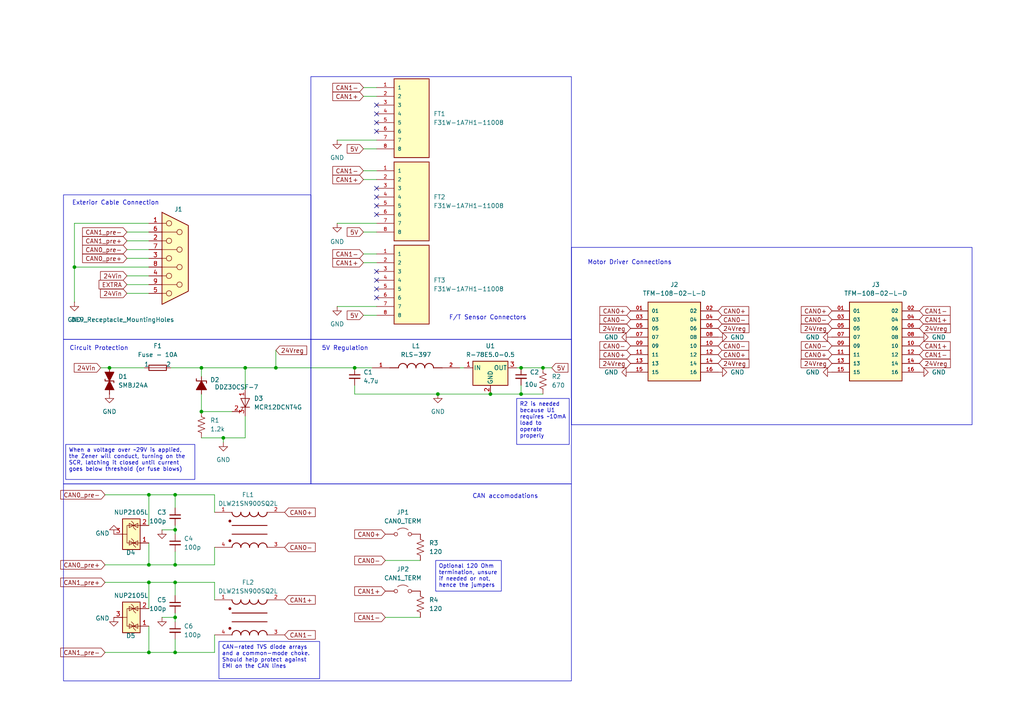
<source format=kicad_sch>
(kicad_sch (version 20231120) (generator "eeschema") (generator_version "8.0")
  (paper "A4")
  (lib_symbols
    (symbol "Connector:DE9_Receptacle" (pin_names (offset 1.016) hide)
      (property "Reference" "J" (at 0 13.97 0))
      (property "Value" "DE9_Receptacle" (at 0 -14.605 0))
      (symbol "DE9_Receptacle_0_1"
        (circle (center -1.778 -10.16) (radius 0.762))
        (circle (center -1.778 -5.08) (radius 0.762))
        (circle (center -1.778 0) (radius 0.762))
        (circle (center -1.778 5.08) (radius 0.762))
        (circle (center -1.778 10.16) (radius 0.762))
        (polyline (pts (xy -3.81 -10.16) (xy -2.54 -10.16)))
        (polyline (pts (xy -3.81 -7.62) (xy 0.508 -7.62)))
        (polyline (pts (xy -3.81 -5.08) (xy -2.54 -5.08)))
        (polyline (pts (xy -3.81 -2.54) (xy 0.508 -2.54)))
        (polyline (pts (xy -3.81 0) (xy -2.54 0)))
        (polyline (pts (xy -3.81 2.54) (xy 0.508 2.54)))
        (polyline (pts (xy -3.81 5.08) (xy -2.54 5.08)))
        (polyline (pts (xy -3.81 7.62) (xy 0.508 7.62)))
        (polyline (pts (xy -3.81 10.16) (xy -2.54 10.16)))
        (polyline (pts (xy -3.81 13.335) (xy -3.81 -13.335) (xy 3.81 -9.525) (xy 3.81 9.525) (xy -3.81 13.335)) (stroke (width 0.254)) (fill (type background)))
        (circle (center 1.27 -7.62) (radius 0.762))
        (circle (center 1.27 -2.54) (radius 0.762))
        (circle (center 1.27 2.54) (radius 0.762))
        (circle (center 1.27 7.62) (radius 0.762))
      )
      (symbol "DE9_Receptacle_1_1"
        (pin passive line (at -7.62 10.16 0) (length 3.81) (name "1") (number "1"))
        (pin passive line (at -7.62 5.08 0) (length 3.81) (name "2") (number "2"))
        (pin passive line (at -7.62 0 0) (length 3.81) (name "3") (number "3"))
        (pin passive line (at -7.62 -5.08 0) (length 3.81) (name "4") (number "4"))
        (pin passive line (at -7.62 -10.16 0) (length 3.81) (name "5") (number "5"))
        (pin passive line (at -7.62 7.62 0) (length 3.81) (name "6") (number "6"))
        (pin passive line (at -7.62 2.54 0) (length 3.81) (name "7") (number "7"))
        (pin passive line (at -7.62 -2.54 0) (length 3.81) (name "8") (number "8"))
        (pin passive line (at -7.62 -7.62 0) (length 3.81) (name "9") (number "9"))
      )
    )
    (symbol "DLW21SN900SQ2L:DLW21SN900SQ2L" (pin_names (offset 1.016))
      (property "Reference" "FL" (at -5.08 6.35 0))
      (property "Value" "DLW21SN900SQ2L" (at -5.08 -6.35 0))
      (symbol "DLW21SN900SQ2L_0_0"
        (circle (center -5.715 -3.175) (radius 0.2032) (stroke (width 0.4064)))
        (circle (center -5.715 2.54) (radius 0.2032) (stroke (width 0.4064)))
        (arc (start -5.08 5.08) (mid -3.81 3.8155) (end -2.54 5.08) (stroke (width 0.254)))
        (arc (start -2.54 -5.08) (mid -3.81 -3.8155) (end -5.08 -5.08) (stroke (width 0.254)))
        (arc (start -2.54 5.08) (mid -1.27 3.8155) (end 0 5.08) (stroke (width 0.254)))
        (arc (start 0 -5.08) (mid -1.27 -3.8155) (end -2.54 -5.08) (stroke (width 0.254)))
        (polyline (pts (xy -5.08 -1.27) (xy 5.08 -1.27)) (stroke (width 0.254)))
        (polyline (pts (xy 5.08 1.27) (xy -5.08 1.27)) (stroke (width 0.254)))
        (arc (start 0 5.08) (mid 1.27 3.8155) (end 2.54 5.08) (stroke (width 0.254)))
        (arc (start 2.54 -5.08) (mid 1.27 -3.8155) (end 0 -5.08) (stroke (width 0.254)))
        (arc (start 2.54 5.08) (mid 3.81 3.8155) (end 5.08 5.08) (stroke (width 0.254)))
        (arc (start 5.08 -5.08) (mid 3.81 -3.8155) (end 2.54 -5.08) (stroke (width 0.254)))
        (pin passive line (at -10.16 5.08 0) (length 5.08) (name "~") (number "1"))
        (pin passive line (at 10.16 5.08 180) (length 5.08) (name "~") (number "2"))
        (pin passive line (at 10.16 -5.08 180) (length 5.08) (name "~") (number "3"))
        (pin passive line (at -10.16 -5.08 0) (length 5.08) (name "~") (number "4"))
      )
    )
    (symbol "Device:C_Small" (pin_numbers hide) (pin_names (offset 0.254) hide)
      (property "Reference" "C" (at 0.254 1.778 0))
      (property "Value" "C_Small" (at 0.254 -2.032 0))
      (symbol "C_Small_0_1"
        (polyline (pts (xy -1.524 -0.508) (xy 1.524 -0.508)) (stroke (width 0.3302)))
        (polyline (pts (xy -1.524 0.508) (xy 1.524 0.508)) (stroke (width 0.3048)))
      )
      (symbol "C_Small_1_1"
        (pin passive line (at 0 2.54 270) (length 2.032) (name "~") (number "1"))
        (pin passive line (at 0 -2.54 90) (length 2.032) (name "~") (number "2"))
      )
    )
    (symbol "Device:D_TVS_Filled" (pin_numbers hide) (pin_names (offset 1.016) hide)
      (property "Reference" "D" (at 0 2.54 0))
      (property "Value" "D_TVS_Filled" (at 0 -2.54 0))
      (symbol "D_TVS_Filled_0_1"
        (polyline (pts (xy 1.27 0) (xy -1.27 0)))
        (polyline (pts (xy -2.54 -1.27) (xy 0 0) (xy -2.54 1.27) (xy -2.54 -1.27)) (stroke (width 0.254)) (fill (type outline)))
        (polyline (pts (xy 0.508 1.27) (xy 0 1.27) (xy 0 -1.27) (xy -0.508 -1.27)) (stroke (width 0.254)))
        (polyline (pts (xy 2.54 1.27) (xy 2.54 -1.27) (xy 0 0) (xy 2.54 1.27)) (stroke (width 0.254)) (fill (type outline)))
      )
      (symbol "D_TVS_Filled_1_1"
        (pin passive line (at -3.81 0 0) (length 2.54) (name "A1") (number "1"))
        (pin passive line (at 3.81 0 180) (length 2.54) (name "A2") (number "2"))
      )
    )
    (symbol "Device:Fuse" (pin_numbers hide) (pin_names (offset 0))
      (property "Reference" "F1" (at 6.35 0 90))
      (property "Value" "Fuse - 12A" (at 3.81 0 90))
      (symbol "Fuse_0_1"
        (rectangle (start -0.762 -2.54) (end 0.762 2.54) (stroke (width 0.254)))
        (polyline (pts (xy 0 2.54) (xy 0 -2.54)))
      )
      (symbol "Fuse_1_1"
        (pin passive line (at 0 3.81 270) (length 1.27) (name "1") (number "1"))
        (pin passive line (at 0 -3.81 90) (length 1.27) (name "2") (number "2"))
      )
    )
    (symbol "Device:Q_SCR_AGK" (pin_names (offset 0) hide)
      (property "Reference" "D" (at 1.905 0.635 0))
      (property "Value" "Q_SCR_AGK" (at 1.905 -1.27 0))
      (symbol "Q_SCR_AGK_0_1"
        (polyline (pts (xy -1.27 -2.54) (xy -0.635 -1.27)))
        (polyline (pts (xy -1.27 -1.27) (xy 1.27 -1.27)) (stroke (width 0.2032)))
        (polyline (pts (xy 0 -2.54) (xy 0 2.54)))
        (polyline (pts (xy -1.27 1.27) (xy 1.27 1.27) (xy 0 -1.27) (xy -1.27 1.27)) (stroke (width 0.2032)))
      )
      (symbol "Q_SCR_AGK_1_1"
        (pin passive line (at 0 3.81 270) (length 2.54) (name "A") (number "1"))
        (pin input line (at -3.81 -2.54 0) (length 2.54) (name "G") (number "2"))
        (pin passive line (at 0 -3.81 90) (length 2.54) (name "K") (number "3"))
      )
    )
    (symbol "Device:R_US" (pin_numbers hide) (pin_names (offset 0))
      (property "Reference" "R" (at 2.54 0 90))
      (property "Value" "R_US" (at -2.54 0 90))
      (symbol "R_US_0_1"
        (polyline (pts (xy 0 -2.286) (xy 0 -2.54)))
        (polyline (pts (xy 0 2.286) (xy 0 2.54)))
        (polyline (pts (xy 0 -0.762) (xy 1.016 -1.143) (xy 0 -1.524) (xy -1.016 -1.905) (xy 0 -2.286)))
        (polyline (pts (xy 0 0.762) (xy 1.016 0.381) (xy 0 0) (xy -1.016 -0.381) (xy 0 -0.762)))
        (polyline (pts (xy 0 2.286) (xy 1.016 1.905) (xy 0 1.524) (xy -1.016 1.143) (xy 0 0.762)))
      )
      (symbol "R_US_1_1"
        (pin passive line (at 0 3.81 270) (length 1.27) (name "~") (number "1"))
        (pin passive line (at 0 -3.81 90) (length 1.27) (name "~") (number "2"))
      )
    )
    (symbol "F31W-1A7H1-11008:F31W-1A7H1-11008" (pin_names (offset 1.016))
      (property "Reference" "J" (at -5.08 10.922 0))
      (property "Value" "F31W-1A7H1-11008" (at -5.08 -15.24 0))
      (symbol "F31W-1A7H1-11008_0_0"
        (rectangle (start -5.08 -12.7) (end 5.08 10.16) (stroke (width 0.254)) (fill (type background)))
        (pin passive line (at -10.16 7.62 0) (length 5.08) (name "1") (number "1"))
        (pin passive line (at -10.16 5.08 0) (length 5.08) (name "2") (number "2"))
        (pin passive line (at -10.16 2.54 0) (length 5.08) (name "3") (number "3"))
        (pin passive line (at -10.16 0 0) (length 5.08) (name "4") (number "4"))
        (pin passive line (at -10.16 -2.54 0) (length 5.08) (name "5") (number "5"))
        (pin passive line (at -10.16 -5.08 0) (length 5.08) (name "6") (number "6"))
        (pin passive line (at -10.16 -7.62 0) (length 5.08) (name "7") (number "7"))
        (pin passive line (at -10.16 -10.16 0) (length 5.08) (name "8") (number "8"))
      )
    )
    (symbol "Jumper:Jumper_2_Open" (pin_numbers hide) (pin_names (offset 0) hide) (exclude_from_sim yes)
      (property "Reference" "JP" (at 0 2.794 0))
      (property "Value" "Jumper_2_Open" (at 0 -2.286 0))
      (symbol "Jumper_2_Open_0_0"
        (circle (center -2.032 0) (radius 0.508))
        (circle (center 2.032 0) (radius 0.508))
      )
      (symbol "Jumper_2_Open_0_1"
        (arc (start 1.524 1.27) (mid 0 1.778) (end -1.524 1.27))
      )
      (symbol "Jumper_2_Open_1_1"
        (pin passive line (at -5.08 0 0) (length 2.54) (name "A") (number "1"))
        (pin passive line (at 5.08 0 180) (length 2.54) (name "B") (number "2"))
      )
    )
    (symbol "PCM_Generic-50:D,Zener,IEEE" (pin_numbers hide) (pin_names (offset 0) hide)
      (property "Reference" "D" (at 1.905 1.27 0))
      (property "Value" "${SIM.PARAMS}" (at 1.905 -1.27 0))
      (property "Sim.Params" "D,Zener,IEEE" (at 1.905 -1.27 0))
      (symbol "D,Zener,IEEE_1_1"
        (polyline (pts (xy -1.4732 -0.635) (xy -1.4732 -1.27) (xy 1.4732 -1.27) (xy 1.4732 -1.905)) (stroke (width 0.254)))
        (polyline (pts (xy 0 -1.27) (xy 1.4732 1.27) (xy -1.4732 1.27) (xy 0 -1.27)) (stroke (width 0.254)) (fill (type outline)))
        (pin passive line (at 0 -2.54 90) (length 1.27) (name "K-") (number "1"))
        (pin passive line (at 0 2.54 270) (length 1.27) (name "A+") (number "2"))
      )
    )
    (symbol "Power_Protection:NUP2105L" (pin_names hide)
      (property "Reference" "D" (at 5.715 2.54 0))
      (property "Value" "NUP2105L" (at 5.715 0.635 0))
      (symbol "NUP2105L_0_0"
        (pin passive line (at 0 -5.08 90) (length 2.54) (name "A") (number "3"))
      )
      (symbol "NUP2105L_0_1"
        (rectangle (start -4.445 2.54) (end 4.445 -2.54) (stroke (width 0.254)) (fill (type background)))
        (polyline (pts (xy -2.54 2.54) (xy -2.54 0.635)))
        (polyline (pts (xy 0 -1.27) (xy 0 -2.54)))
        (polyline (pts (xy 2.54 2.54) (xy 2.54 0.635)))
        (polyline (pts (xy -3.81 1.27) (xy -3.175 0.635) (xy -1.905 0.635) (xy -1.27 0)))
        (polyline (pts (xy -2.54 0.635) (xy -2.54 -1.27) (xy 2.54 -1.27) (xy 2.54 0.635)))
        (polyline (pts (xy -2.54 0.635) (xy -1.905 -0.635) (xy -3.175 -0.635) (xy -2.54 0.635)))
        (polyline (pts (xy 2.54 0.635) (xy 1.905 -0.635) (xy 3.175 -0.635) (xy 2.54 0.635)))
        (polyline (pts (xy 2.54 0.635) (xy 3.175 1.905) (xy 1.905 1.905) (xy 2.54 0.635)))
        (polyline (pts (xy -2.54 0.635) (xy -3.175 1.905) (xy -1.905 1.905) (xy -2.54 0.635) (xy -2.54 1.27)))
        (polyline (pts (xy 1.27 1.27) (xy 1.905 0.635) (xy 2.54 0.635) (xy 3.175 0.635) (xy 3.81 0)))
      )
      (symbol "NUP2105L_1_1"
        (pin passive line (at -2.54 5.08 270) (length 2.54) (name "K") (number "1"))
        (pin passive line (at 2.54 5.08 270) (length 2.54) (name "K") (number "2"))
      )
    )
    (symbol "RLS-397:RLS-397" (pin_names (offset 1.016))
      (property "Reference" "L" (at -10.16 7.62 0))
      (property "Value" "RLS-397" (at -10.16 5.08 0))
      (symbol "RLS-397_0_0"
        (arc (start -2.54 0) (mid -3.81 1.2645) (end -5.08 0) (stroke (width 0.254)))
        (arc (start 0 0) (mid -1.27 1.2645) (end -2.54 0) (stroke (width 0.254)))
        (polyline (pts (xy -5.08 0) (xy -7.62 0)) (stroke (width 0.254)))
        (polyline (pts (xy 5.08 0) (xy 7.62 0)) (stroke (width 0.254)))
        (arc (start 2.54 0) (mid 1.27 1.2645) (end 0 0) (stroke (width 0.254)))
        (arc (start 5.08 0) (mid 3.81 1.2645) (end 2.54 0) (stroke (width 0.254)))
        (pin passive line (at -12.7 0 0) (length 5.08) (name "~") (number "1"))
        (pin passive line (at 12.7 0 180) (length 5.08) (name "~") (number "2"))
      )
    )
    (symbol "Regulator_Switching:R-78E5.0-0.5" (pin_names (offset 0.254))
      (property "Reference" "U" (at -3.81 3.175 0))
      (property "Value" "R-78E5.0-0.5" (at 0 3.175 0))
      (symbol "R-78E5.0-0.5_0_1"
        (rectangle (start -5.08 1.905) (end 5.08 -5.08) (stroke (width 0.254)) (fill (type background)))
      )
      (symbol "R-78E5.0-0.5_1_1"
        (pin power_in line (at -7.62 0 0) (length 2.54) (name "IN") (number "1"))
        (pin power_in line (at 0 -7.62 90) (length 2.54) (name "GND") (number "2"))
        (pin power_out line (at 7.62 0 180) (length 2.54) (name "OUT") (number "3"))
      )
    )
    (symbol "TFM-108-02-L-D:TFM-108-02-L-D" (pin_names (offset 1.016))
      (property "Reference" "J" (at -8.12 12.7 0))
      (property "Value" "TFM-108-02-L-D" (at -7.62 -12.7 0))
      (symbol "TFM-108-02-L-D_0_0"
        (rectangle (start -7.62 -10.16) (end 7.62 12.7) (stroke (width 0.254)) (fill (type background)))
        (pin passive line (at -12.7 10.16 0) (length 5.08) (name "01") (number "01"))
        (pin passive line (at 12.7 10.16 180) (length 5.08) (name "02") (number "02"))
        (pin passive line (at -12.7 7.62 0) (length 5.08) (name "03") (number "03"))
        (pin passive line (at 12.7 7.62 180) (length 5.08) (name "04") (number "04"))
        (pin passive line (at -12.7 5.08 0) (length 5.08) (name "05") (number "05"))
        (pin passive line (at 12.7 5.08 180) (length 5.08) (name "06") (number "06"))
        (pin passive line (at -12.7 2.54 0) (length 5.08) (name "07") (number "07"))
        (pin passive line (at 12.7 2.54 180) (length 5.08) (name "08") (number "08"))
        (pin passive line (at -12.7 0 0) (length 5.08) (name "09") (number "09"))
        (pin passive line (at 12.7 0 180) (length 5.08) (name "10") (number "10"))
        (pin passive line (at -12.7 -2.54 0) (length 5.08) (name "11") (number "11"))
        (pin passive line (at 12.7 -2.54 180) (length 5.08) (name "12") (number "12"))
        (pin passive line (at -12.7 -5.08 0) (length 5.08) (name "13") (number "13"))
        (pin passive line (at 12.7 -5.08 180) (length 5.08) (name "14") (number "14"))
        (pin passive line (at -12.7 -7.62 0) (length 5.08) (name "15") (number "15"))
        (pin passive line (at 12.7 -7.62 180) (length 5.08) (name "16") (number "16"))
      )
    )
    (symbol "power:GND" (power) (pin_numbers hide) (pin_names (offset 0) hide)
      (property "Value" "GND" (at 0 -3.81 0))
      (symbol "GND_0_1"
        (polyline (pts (xy 0 0) (xy 0 -1.27) (xy 1.27 -1.27) (xy 0 -2.54) (xy -1.27 -1.27) (xy 0 -1.27)))
      )
      (symbol "GND_1_1"
        (pin power_in line (at 0 0 270) (length 0) (name "~") (number "1"))
      )
    )
  )
  (junction (at 102.87 106.68))
  (junction (at 43.18 143.51))
  (junction (at 58.42 106.68))
  (junction (at 64.77 127))
  (junction (at 50.8 168.91))
  (junction (at 157.48 106.68))
  (junction (at 142.24 114.3))
  (junction (at 151.13 114.3))
  (junction (at 50.8 143.51))
  (junction (at 50.8 153.67))
  (junction (at 43.18 163.83))
  (junction (at 43.18 168.91))
  (junction (at 21.59 77.47))
  (junction (at 71.12 106.68))
  (junction (at 31.75 106.68))
  (junction (at 58.42 119.38))
  (junction (at 50.8 179.07))
  (junction (at 50.8 163.83))
  (junction (at 80.01 106.68))
  (junction (at 127 114.3))
  (junction (at 50.8 189.23))
  (junction (at 43.18 189.23))
  (junction (at 151.13 106.68))
  (no_connect (at 109.22 57.15))
  (no_connect (at 109.22 83.82))
  (no_connect (at 109.22 62.23))
  (no_connect (at 109.22 81.28))
  (no_connect (at 109.22 38.1))
  (no_connect (at 109.22 30.48))
  (no_connect (at 109.22 35.56))
  (no_connect (at 109.22 59.69))
  (no_connect (at 109.22 33.02))
  (no_connect (at 109.22 54.61))
  (no_connect (at 109.22 78.74))
  (no_connect (at 109.22 86.36))
  (wire (pts (xy 29.21 106.68) (xy 31.75 106.68)))
  (wire (pts (xy 71.12 106.68) (xy 80.01 106.68)))
  (wire (pts (xy 133.35 106.68) (xy 134.62 106.68)))
  (wire (pts (xy 105.41 76.2) (xy 109.22 76.2)))
  (wire (pts (xy 58.42 119.38) (xy 67.31 119.38)))
  (wire (pts (xy 151.13 106.68) (xy 157.48 106.68)))
  (wire (pts (xy 46.99 179.07) (xy 50.8 179.07)))
  (wire (pts (xy 80.01 101.6) (xy 80.01 106.68)))
  (wire (pts (xy 36.83 80.01) (xy 43.18 80.01)))
  (wire (pts (xy 102.87 114.3) (xy 127 114.3)))
  (wire (pts (xy 31.75 106.68) (xy 41.91 106.68)))
  (wire (pts (xy 36.83 69.85) (xy 43.18 69.85)))
  (wire (pts (xy 50.8 172.72) (xy 50.8 168.91)))
  (wire (pts (xy 43.18 181.61) (xy 43.18 189.23)))
  (wire (pts (xy 97.79 40.64) (xy 109.22 40.64)))
  (wire (pts (xy 50.8 147.32) (xy 50.8 143.51)))
  (wire (pts (xy 105.41 49.53) (xy 109.22 49.53)))
  (wire (pts (xy 58.42 106.68) (xy 71.12 106.68)))
  (wire (pts (xy 21.59 87.63) (xy 21.59 77.47)))
  (wire (pts (xy 102.87 114.3) (xy 102.87 111.76)))
  (wire (pts (xy 105.41 67.31) (xy 109.22 67.31)))
  (wire (pts (xy 105.41 25.4) (xy 109.22 25.4)))
  (wire (pts (xy 36.83 72.39) (xy 43.18 72.39)))
  (wire (pts (xy 62.23 173.99) (xy 62.23 168.91)))
  (wire (pts (xy 151.13 114.3) (xy 157.48 114.3)))
  (wire (pts (xy 142.24 114.3) (xy 151.13 114.3)))
  (wire (pts (xy 36.83 82.55) (xy 43.18 82.55)))
  (wire (pts (xy 62.23 158.75) (xy 62.23 163.83)))
  (wire (pts (xy 105.41 27.94) (xy 109.22 27.94)))
  (wire (pts (xy 21.59 64.77) (xy 43.18 64.77)))
  (wire (pts (xy 46.99 153.67) (xy 50.8 153.67)))
  (wire (pts (xy 71.12 106.68) (xy 71.12 113.03)))
  (wire (pts (xy 43.18 168.91) (xy 50.8 168.91)))
  (wire (pts (xy 105.41 73.66) (xy 109.22 73.66)))
  (wire (pts (xy 36.83 67.31) (xy 43.18 67.31)))
  (wire (pts (xy 105.41 91.44) (xy 109.22 91.44)))
  (wire (pts (xy 62.23 148.59) (xy 62.23 143.51)))
  (wire (pts (xy 64.77 127) (xy 58.42 127)))
  (wire (pts (xy 62.23 184.15) (xy 62.23 189.23)))
  (wire (pts (xy 30.48 168.91) (xy 43.18 168.91)))
  (wire (pts (xy 58.42 109.22) (xy 58.42 106.68)))
  (wire (pts (xy 30.48 189.23) (xy 43.18 189.23)))
  (wire (pts (xy 97.79 88.9) (xy 109.22 88.9)))
  (wire (pts (xy 21.59 77.47) (xy 21.59 64.77)))
  (wire (pts (xy 64.77 128.27) (xy 64.77 127)))
  (wire (pts (xy 36.83 85.09) (xy 43.18 85.09)))
  (wire (pts (xy 36.83 74.93) (xy 43.18 74.93)))
  (wire (pts (xy 50.8 189.23) (xy 62.23 189.23)))
  (wire (pts (xy 50.8 177.8) (xy 50.8 179.07)))
  (wire (pts (xy 43.18 163.83) (xy 50.8 163.83)))
  (wire (pts (xy 50.8 153.67) (xy 50.8 154.94)))
  (wire (pts (xy 149.86 106.68) (xy 151.13 106.68)))
  (wire (pts (xy 43.18 143.51) (xy 43.18 152.4)))
  (wire (pts (xy 105.41 43.18) (xy 109.22 43.18)))
  (wire (pts (xy 43.18 189.23) (xy 50.8 189.23)))
  (wire (pts (xy 111.76 162.56) (xy 121.92 162.56)))
  (wire (pts (xy 43.18 157.48) (xy 43.18 163.83)))
  (wire (pts (xy 105.41 52.07) (xy 109.22 52.07)))
  (wire (pts (xy 50.8 179.07) (xy 50.8 180.34)))
  (wire (pts (xy 142.24 114.3) (xy 127 114.3)))
  (wire (pts (xy 80.01 106.68) (xy 102.87 106.68)))
  (wire (pts (xy 43.18 143.51) (xy 50.8 143.51)))
  (wire (pts (xy 58.42 114.3) (xy 58.42 119.38)))
  (wire (pts (xy 50.8 152.4) (xy 50.8 153.67)))
  (wire (pts (xy 49.53 106.68) (xy 58.42 106.68)))
  (wire (pts (xy 111.76 179.07) (xy 121.92 179.07)))
  (wire (pts (xy 50.8 160.02) (xy 50.8 163.83)))
  (wire (pts (xy 102.87 106.68) (xy 107.95 106.68)))
  (wire (pts (xy 50.8 185.42) (xy 50.8 189.23)))
  (wire (pts (xy 97.79 64.77) (xy 109.22 64.77)))
  (wire (pts (xy 71.12 120.65) (xy 71.12 127)))
  (wire (pts (xy 30.48 143.51) (xy 43.18 143.51)))
  (wire (pts (xy 62.23 168.91) (xy 50.8 168.91)))
  (wire (pts (xy 151.13 111.76) (xy 151.13 114.3)))
  (wire (pts (xy 21.59 77.47) (xy 43.18 77.47)))
  (wire (pts (xy 30.48 163.83) (xy 43.18 163.83)))
  (wire (pts (xy 71.12 127) (xy 64.77 127)))
  (wire (pts (xy 157.48 106.68) (xy 160.02 106.68)))
  (wire (pts (xy 43.18 168.91) (xy 43.18 176.53)))
  (wire (pts (xy 62.23 143.51) (xy 50.8 143.51)))
  (wire (pts (xy 50.8 163.83) (xy 62.23 163.83)))
  (rectangle (start 90.17 98.425) (end 165.735 140.335))
  (rectangle (start 18.415 56.515) (end 90.17 98.425))
  (rectangle (start 165.735 71.755) (end 281.94 123.19))
  (rectangle (start 18.415 98.425) (end 90.17 140.335))
  (rectangle (start 90.17 22.225) (end 165.735 98.425))
  (rectangle (start 18.415 140.335) (end 165.735 197.485))
  (text_box "Optional 120 Ohm termination, unsure if needed or not, hence the jumpers" (at 126.365 162.56 0) (size 19.05 8.89) (effects (font (size 1.143 1.143)) (justify left top)))
  (text_box "CAN-rated TVS diode arrays and a common-mode choke. Should help protect against EMI on the CAN lines" (at 63.5 186.055 0) (size 29.21 10.795) (effects (font (size 1.143 1.143)) (justify left top)))
  (text_box "R2 is needed because U1 requires ~10mA load to operate properly" (at 149.86 115.57 0) (size 15.24 13.335) (effects (font (size 1.143 1.143)) (justify left top)))
  (text_box "When a voltage over ~29V is applied, the Zener will conduct, turning on the SCR, latching it closed until current goes below threshold (or fuse blows)" (at 19.05 128.905 0) (size 37.465 10.16) (effects (font (size 1.143 1.143)) (justify left top)))
  (text "F/T Sensor Connectors" (at 141.478 92.202 0) (effects (font (size 1.27 1.27))))
  (text "Circuit Protection" (at 28.702 101.092 0) (effects (font (size 1.27 1.27))))
  (text "CAN accomodations" (at 146.558 144.018 0) (effects (font (size 1.27 1.27))))
  (text "5V Regulation" (at 100.076 101.092 0) (effects (font (size 1.27 1.27))))
  (text "Motor Driver Connections\n" (at 182.626 76.2 0) (effects (font (size 1.27 1.27))))
  (text "Exterior Cable Connection" (at 33.528 58.928 0) (effects (font (size 1.27 1.27))))
  (global_label "CAN1+" (shape input) (at 105.41 27.94 180) (property "Intersheetrefs" "${INTERSHEET_REFS}" (effects (hide yes))))
  (global_label "CAN1_pre-" (shape input) (at 30.48 189.23 180) (property "Intersheetrefs" "${INTERSHEET_REFS}" (effects (hide yes))))
  (global_label "CAN0-" (shape input) (at 208.28 100.33 0) (property "Intersheetrefs" "${INTERSHEET_REFS}" (effects (hide yes))))
  (global_label "24Vreg" (shape input) (at 241.3 95.25 180) (property "Intersheetrefs" "${INTERSHEET_REFS}" (effects (hide yes))))
  (global_label "CAN0_pre-" (shape input) (at 30.48 143.51 180) (property "Intersheetrefs" "${INTERSHEET_REFS}" (effects (hide yes))))
  (global_label "CAN1+" (shape input) (at 82.55 173.99 0) (property "Intersheetrefs" "${INTERSHEET_REFS}" (effects (hide yes))))
  (global_label "24Vreg" (shape input) (at 266.7 105.41 0) (property "Intersheetrefs" "${INTERSHEET_REFS}" (effects (hide yes))))
  (global_label "24Vin" (shape input) (at 29.21 106.68 180) (property "Intersheetrefs" "${INTERSHEET_REFS}" (effects (hide yes))))
  (global_label "CAN0+" (shape input) (at 82.55 148.59 0) (property "Intersheetrefs" "${INTERSHEET_REFS}" (effects (hide yes))))
  (global_label "CAN0_pre+" (shape input) (at 36.83 74.93 180) (property "Intersheetrefs" "${INTERSHEET_REFS}" (effects (hide yes))))
  (global_label "24Vreg" (shape input) (at 182.88 95.25 180) (property "Intersheetrefs" "${INTERSHEET_REFS}" (effects (hide yes))))
  (global_label "24Vreg" (shape input) (at 241.3 105.41 180) (property "Intersheetrefs" "${INTERSHEET_REFS}" (effects (hide yes))))
  (global_label "CAN0+" (shape input) (at 182.88 90.17 180) (property "Intersheetrefs" "${INTERSHEET_REFS}" (effects (hide yes))))
  (global_label "24Vreg" (shape input) (at 266.7 95.25 0) (property "Intersheetrefs" "${INTERSHEET_REFS}" (effects (hide yes))))
  (global_label "CAN0_pre-" (shape input) (at 36.83 72.39 180) (property "Intersheetrefs" "${INTERSHEET_REFS}" (effects (hide yes))))
  (global_label "CAN1+" (shape input) (at 105.41 52.07 180) (property "Intersheetrefs" "${INTERSHEET_REFS}" (effects (hide yes))))
  (global_label "24Vreg" (shape input) (at 208.28 95.25 0) (property "Intersheetrefs" "${INTERSHEET_REFS}" (effects (hide yes))))
  (global_label "CAN0+" (shape input) (at 111.76 154.94 180) (property "Intersheetrefs" "${INTERSHEET_REFS}" (effects (hide yes))))
  (global_label "5V" (shape input) (at 105.41 91.44 180) (property "Intersheetrefs" "${INTERSHEET_REFS}" (effects (hide yes))))
  (global_label "CAN1-" (shape input) (at 82.55 184.15 0) (property "Intersheetrefs" "${INTERSHEET_REFS}" (effects (hide yes))))
  (global_label "5V" (shape input) (at 105.41 43.18 180) (property "Intersheetrefs" "${INTERSHEET_REFS}" (effects (hide yes))))
  (global_label "CAN0+" (shape input) (at 208.28 90.17 0) (property "Intersheetrefs" "${INTERSHEET_REFS}" (effects (hide yes))))
  (global_label "CAN1_pre-" (shape input) (at 36.83 67.31 180) (property "Intersheetrefs" "${INTERSHEET_REFS}" (effects (hide yes))))
  (global_label "CAN0-" (shape input) (at 182.88 100.33 180) (property "Intersheetrefs" "${INTERSHEET_REFS}" (effects (hide yes))))
  (global_label "CAN1+" (shape input) (at 105.41 76.2 180) (property "Intersheetrefs" "${INTERSHEET_REFS}" (effects (hide yes))))
  (global_label "24Vreg" (shape input) (at 182.88 105.41 180) (property "Intersheetrefs" "${INTERSHEET_REFS}" (effects (hide yes))))
  (global_label "24Vreg" (shape input) (at 208.28 105.41 0) (property "Intersheetrefs" "${INTERSHEET_REFS}" (effects (hide yes))))
  (global_label "24Vin" (shape input) (at 36.83 80.01 180) (property "Intersheetrefs" "${INTERSHEET_REFS}" (effects (hide yes))))
  (global_label "CAN0-" (shape input) (at 82.55 158.75 0) (property "Intersheetrefs" "${INTERSHEET_REFS}" (effects (hide yes))))
  (global_label "CAN0+" (shape input) (at 241.3 102.87 180) (property "Intersheetrefs" "${INTERSHEET_REFS}" (effects (hide yes))))
  (global_label "CAN0-" (shape input) (at 208.28 92.71 0) (property "Intersheetrefs" "${INTERSHEET_REFS}" (effects (hide yes))))
  (global_label "CAN1-" (shape input) (at 266.7 102.87 0) (property "Intersheetrefs" "${INTERSHEET_REFS}" (effects (hide yes))))
  (global_label "CAN1+" (shape input) (at 111.76 171.45 180) (property "Intersheetrefs" "${INTERSHEET_REFS}" (effects (hide yes))))
  (global_label "CAN0_pre+" (shape input) (at 30.48 163.83 180) (property "Intersheetrefs" "${INTERSHEET_REFS}" (effects (hide yes))))
  (global_label "CAN0+" (shape input) (at 241.3 90.17 180) (property "Intersheetrefs" "${INTERSHEET_REFS}" (effects (hide yes))))
  (global_label "CAN1-" (shape input) (at 266.7 90.17 0) (property "Intersheetrefs" "${INTERSHEET_REFS}" (effects (hide yes))))
  (global_label "5V" (shape input) (at 105.41 67.31 180) (property "Intersheetrefs" "${INTERSHEET_REFS}" (effects (hide yes))))
  (global_label "CAN0+" (shape input) (at 182.88 102.87 180) (property "Intersheetrefs" "${INTERSHEET_REFS}" (effects (hide yes))))
  (global_label "EXTRA" (shape input) (at 36.83 82.55 180) (property "Intersheetrefs" "${INTERSHEET_REFS}" (effects (hide yes))))
  (global_label "CAN1-" (shape input) (at 105.41 25.4 180) (property "Intersheetrefs" "${INTERSHEET_REFS}" (effects (hide yes))))
  (global_label "CAN1-" (shape input) (at 111.76 179.07 180) (property "Intersheetrefs" "${INTERSHEET_REFS}" (effects (hide yes))))
  (global_label "CAN0+" (shape input) (at 208.28 102.87 0) (property "Intersheetrefs" "${INTERSHEET_REFS}" (effects (hide yes))))
  (global_label "CAN0-" (shape input) (at 241.3 92.71 180) (property "Intersheetrefs" "${INTERSHEET_REFS}" (effects (hide yes))))
  (global_label "24Vin" (shape input) (at 36.83 85.09 180) (property "Intersheetrefs" "${INTERSHEET_REFS}" (effects (hide yes))))
  (global_label "CAN1-" (shape input) (at 105.41 73.66 180) (property "Intersheetrefs" "${INTERSHEET_REFS}" (effects (hide yes))))
  (global_label "CAN1+" (shape input) (at 266.7 100.33 0) (property "Intersheetrefs" "${INTERSHEET_REFS}" (effects (hide yes))))
  (global_label "5V" (shape input) (at 160.02 106.68 0) (property "Intersheetrefs" "${INTERSHEET_REFS}" (effects (hide yes))))
  (global_label "CAN1+" (shape input) (at 266.7 92.71 0) (property "Intersheetrefs" "${INTERSHEET_REFS}" (effects (hide yes))))
  (global_label "CAN1-" (shape input) (at 105.41 49.53 180) (property "Intersheetrefs" "${INTERSHEET_REFS}" (effects (hide yes))))
  (global_label "CAN0-" (shape input) (at 241.3 100.33 180) (property "Intersheetrefs" "${INTERSHEET_REFS}" (effects (hide yes))))
  (global_label "CAN0-" (shape input) (at 111.76 162.56 180) (property "Intersheetrefs" "${INTERSHEET_REFS}" (effects (hide yes))))
  (global_label "CAN0-" (shape input) (at 182.88 92.71 180) (property "Intersheetrefs" "${INTERSHEET_REFS}" (effects (hide yes))))
  (global_label "CAN1_pre+" (shape input) (at 36.83 69.85 180) (property "Intersheetrefs" "${INTERSHEET_REFS}" (effects (hide yes))))
  (global_label "CAN1_pre+" (shape input) (at 30.48 168.91 180) (property "Intersheetrefs" "${INTERSHEET_REFS}" (effects (hide yes))))
  (global_label "24Vreg" (shape input) (at 80.01 101.6 0) (property "Intersheetrefs" "${INTERSHEET_REFS}" (effects (hide yes))))
  (symbol (lib_id "power:GND") (at 64.77 128.27 0) (mirror y) (unit 1)
    (property "Reference" "#PWR4" (effects (hide yes)))
    (property "Value" "GND" (at 64.77 133.35 0))
    (property "Description" "Power symbol creates a global label with name \"GND\" , ground" (effects (hide yes)))
  )
  (symbol (lib_id "PCM_Generic-50:D,Zener,IEEE") (at 58.42 111.76 180) (unit 1)
    (property "Reference" "D2" (at 60.96 110.1724 0) (effects (justify right)))
    (property "Value" "DDZ30CSF-7" (at 62.23 112.268 0) (effects (justify right)))
    (property "Footprint" "Diode_SMD:D_SOD-323F" (effects (hide yes)))
    (property "Datasheet" "https://www.diodes.com/assets/Datasheets/ds31987.pdf" (effects (hide yes)))
    (property "Description" "Zener/avalanche diode; unidirectional breakdown diode; voltage regulator diode (IEEE filled)" (effects (hide yes)))
    (property "Field-1" "SPICE" (effects (hide yes)))
    (property "Digikey" "https://www.digikey.com/short/2d2238z9" (effects (hide yes)))
  )
  (symbol (lib_id "Device:R_US") (at 121.92 158.75 0) (unit 1)
    (property "Reference" "R3" (at 124.46 157.4799 0) (effects (justify left)))
    (property "Value" "120" (at 124.46 160.0199 0) (effects (justify left)))
    (property "Footprint" "Resistor_SMD:R_0805_2012Metric_Pad1.20x1.40mm_HandSolder" (effects (hide yes)))
    (property "Description" "Resistor, US symbol" (effects (hide yes)))
  )
  (symbol (lib_id "power:GND") (at 266.7 107.95 90) (unit 1)
    (property "Reference" "#PWR15" (effects (hide yes)))
    (property "Value" "GND" (at 272.288 107.95 90))
    (property "Description" "Power symbol creates a global label with name \"GND\" , ground" (effects (hide yes)))
  )
  (symbol (lib_id "TFM-108-02-L-D:TFM-108-02-L-D") (at 195.58 100.33 0) (unit 1)
    (property "Reference" "J2" (at 195.58 82.55 0))
    (property "Value" "TFM-108-02-L-D" (at 195.58 85.09 0))
    (property "Footprint" "TFM-108-02:SAMTEC_TFM-108-02-L-D" (effects (hide yes)))
    (property "DigiKey_Part_Number" "612-TFM-108-02-L-D-ND" (effects (hide yes)))
    (property "SnapEDA_Link" "https://www.snapeda.com/parts/TFM-108-02-L-D/Samtec+Inc./view-part/?ref=snap" (effects (hide yes)))
    (property "Description_1" "\n                        \n                            Connector Header Surface Mount, Right Angle 16 position 0.050 (1.27mm)\n                        \n" (effects (hide yes)))
    (property "Package" "None" (effects (hide yes)))
    (property "Check_prices" "https://www.snapeda.com/parts/TFM-108-02-L-D/Samtec+Inc./view-part/?ref=eda" (effects (hide yes)))
    (property "STANDARD" "Manufacturer Recommendations" (effects (hide yes)))
    (property "PARTREV" "R" (effects (hide yes)))
    (property "MF" "Samtec" (effects (hide yes)))
    (property "MP" "TFM-108-02-L-D" (effects (hide yes)))
    (property "MANUFACTURER" "Samtec" (effects (hide yes)))
    (property "Digikey" "https://www.digikey.com/short/qtbd5z2t" (effects (hide yes)))
  )
  (symbol (lib_id "Device:R_US") (at 121.92 175.26 0) (unit 1)
    (property "Reference" "R4" (at 124.46 173.9899 0) (effects (justify left)))
    (property "Value" "120" (at 124.46 176.5299 0) (effects (justify left)))
    (property "Footprint" "Resistor_SMD:R_0805_2012Metric_Pad1.20x1.40mm_HandSolder" (effects (hide yes)))
    (property "Description" "Resistor, US symbol" (effects (hide yes)))
  )
  (symbol (lib_id "Power_Protection:NUP2105L") (at 38.1 154.94 270) (mirror x) (unit 1)
    (property "Reference" "D4" (at 36.576 160.274 90) (effects (justify left)))
    (property "Value" "NUP2105L" (at 33.02 148.59 90) (effects (justify left)))
    (property "Footprint" "Package_TO_SOT_SMD:SOT-23" (effects (hide yes)))
    (property "Datasheet" "https://www.onsemi.com/pub_link/Collateral/NUP2105L-D.PDF" (effects (hide yes)))
    (property "Description" "Dual Line CAN Bus Protector, 24Vrwm" (effects (hide yes)))
    (property "Digikey" "https://www.digikey.com/short/0hmz210w" (effects (hide yes)))
  )
  (symbol (lib_id "power:GND") (at 266.7 97.79 90) (unit 1)
    (property "Reference" "#PWR14" (effects (hide yes)))
    (property "Value" "GND" (at 272.288 97.79 90))
    (property "Description" "Power symbol creates a global label with name \"GND\" , ground" (effects (hide yes)))
  )
  (symbol (lib_id "Regulator_Switching:R-78E5.0-0.5") (at 142.24 106.68 0) (unit 1)
    (property "Reference" "U1" (at 142.24 100.33 0))
    (property "Value" "R-78E5.0-0.5" (at 142.24 102.87 0))
    (property "Footprint" "Converter_DCDC:Converter_DCDC_RECOM_R-78E-0.5_THT" (effects (hide yes)))
    (property "Datasheet" "https://www.recom-power.com/pdf/Innoline/R-78Exx-0.5.pdf" (effects (hide yes)))
    (property "Description" "500mA Step-Down DC/DC-Regulator, 7-28V input, 5V fixed Output Voltage, LM78xx replacement, -40°C to +85°C, SIP3" (effects (hide yes)))
    (property "Digikey" "https://www.digikey.com/short/02m50734" (effects (hide yes)))
  )
  (symbol (lib_id "Device:D_TVS_Filled") (at 31.75 110.49 270) (unit 1)
    (property "Reference" "D1" (at 34.29 109.2199 90) (effects (justify left)))
    (property "Value" "SMBJ24A" (at 34.29 111.7599 90) (effects (justify left)))
    (property "Footprint" "Diode_SMD:D_SMB_Handsoldering" (effects (hide yes)))
    (property "Datasheet" "https://www.diodes.com/assets/Datasheets/ds19002.pdf" (effects (hide yes)))
    (property "Description" "Bidirectional transient-voltage-suppression diode, filled shape" (effects (hide yes)))
    (property "Digikey" "https://www.digikey.com/short/t83n8jjn" (effects (hide yes)))
  )
  (symbol (lib_id "Connector:DE9_Receptacle") (at 50.8 74.93 0) (unit 1)
    (property "Reference" "J1" (at 50.546 60.706 0) (effects (justify left)))
    (property "Value" "DE9_Receptacle_MountingHoles" (at 20.574 92.71 0) (effects (justify left)))
    (property "Footprint" "Connector_Dsub:DSUB-9_Female_Horizontal_P2.77x2.54mm_EdgePinOffset9.40mm" (effects (hide yes)))
    (property "Description" "9-pin female receptacle socket D-SUB connector" (effects (hide yes)))
  )
  (symbol (lib_id "power:GND") (at 97.79 40.64 0) (mirror y) (unit 1)
    (property "Reference" "#PWR6" (effects (hide yes)))
    (property "Value" "GND" (at 97.79 45.72 0))
    (property "Description" "Power symbol creates a global label with name \"GND\" , ground" (effects (hide yes)))
  )
  (symbol (lib_id "Power_Protection:NUP2105L") (at 38.1 179.07 270) (mirror x) (unit 1)
    (property "Reference" "D5" (at 36.576 184.404 90) (effects (justify left)))
    (property "Value" "NUP2105L" (at 33.02 172.72 90) (effects (justify left)))
    (property "Footprint" "Package_TO_SOT_SMD:SOT-23" (effects (hide yes)))
    (property "Datasheet" "https://www.onsemi.com/pub_link/Collateral/NUP2105L-D.PDF" (effects (hide yes)))
    (property "Description" "Dual Line CAN Bus Protector, 24Vrwm" (effects (hide yes)))
    (property "Digikey" "https://www.digikey.com/short/0hmz210w" (effects (hide yes)))
  )
  (symbol (lib_id "power:GND") (at 97.79 88.9 0) (mirror y) (unit 1)
    (property "Reference" "#PWR7" (effects (hide yes)))
    (property "Value" "GND" (at 97.79 93.98 0))
    (property "Description" "Power symbol creates a global label with name \"GND\" , ground" (effects (hide yes)))
  )
  (symbol (lib_id "Device:C_Small") (at 50.8 182.88 0) (unit 1)
    (property "Reference" "C6" (at 53.34 181.6162 0) (effects (justify left)))
    (property "Value" "100p" (at 53.34 184.1562 0) (effects (justify left)))
    (property "Footprint" "Capacitor_SMD:C_0805_2012Metric_Pad1.18x1.45mm_HandSolder" (effects (hide yes)))
    (property "Description" "Unpolarized capacitor, small symbol" (effects (hide yes)))
  )
  (symbol (lib_id "Device:C_Small") (at 50.8 175.26 0) (mirror y) (unit 1)
    (property "Reference" "C5" (at 48.26 173.9962 0) (effects (justify left)))
    (property "Value" "100p" (at 48.26 176.5362 0) (effects (justify left)))
    (property "Footprint" "Capacitor_SMD:C_0805_2012Metric_Pad1.18x1.45mm_HandSolder" (effects (hide yes)))
    (property "Description" "Unpolarized capacitor, small symbol" (effects (hide yes)))
  )
  (symbol (lib_id "Device:C_Small") (at 151.13 109.22 0) (unit 1)
    (property "Reference" "C2" (at 153.67 107.9562 0) (effects (justify left)))
    (property "Value" "10u" (at 152.146 111.506 0) (effects (justify left)))
    (property "Footprint" "Capacitor_SMD:C_0805_2012Metric_Pad1.18x1.45mm_HandSolder" (effects (hide yes)))
    (property "Description" "Unpolarized capacitor, small symbol" (effects (hide yes)))
    (property "Digikey" "https://www.digikey.com/short/z7bhhmmm" (effects (hide yes)))
  )
  (symbol (lib_id "power:GND") (at 208.28 97.79 90) (unit 1)
    (property "Reference" "#PWR11" (effects (hide yes)))
    (property "Value" "GND" (at 213.868 97.79 90))
    (property "Description" "Power symbol creates a global label with name \"GND\" , ground" (effects (hide yes)))
  )
  (symbol (lib_id "Jumper:Jumper_2_Open") (at 116.84 171.45 0) (unit 1) (exclude_from_sim yes)
    (property "Reference" "JP2" (at 116.84 165.1 0))
    (property "Value" "CAN1_TERM" (at 116.84 167.64 0))
    (property "Footprint" "JumperVariant:SolderJumper-2_P1.3mm_Open_Pad1.0x1.5mm_SMALLER" (effects (hide yes)))
    (property "Description" "Jumper, 2-pole, open" (effects (hide yes)))
  )
  (symbol (lib_id "power:GND") (at 182.88 107.95 270) (mirror x) (unit 1)
    (property "Reference" "#PWR10" (effects (hide yes)))
    (property "Value" "GND" (at 177.292 107.95 90))
    (property "Description" "Power symbol creates a global label with name \"GND\" , ground" (effects (hide yes)))
  )
  (symbol (lib_id "power:GND") (at 31.75 114.3 0) (mirror y) (unit 1)
    (property "Reference" "#PWR2" (effects (hide yes)))
    (property "Value" "GND" (at 31.75 119.38 0))
    (property "Description" "Power symbol creates a global label with name \"GND\" , ground" (effects (hide yes)))
  )
  (symbol (lib_id "Device:C_Small") (at 50.8 149.86 0) (mirror y) (unit 1)
    (property "Reference" "C3" (at 48.26 148.5962 0) (effects (justify left)))
    (property "Value" "100p" (at 48.26 151.1362 0) (effects (justify left)))
    (property "Footprint" "Capacitor_SMD:C_0805_2012Metric_Pad1.18x1.45mm_HandSolder" (effects (hide yes)))
    (property "Description" "Unpolarized capacitor, small symbol" (effects (hide yes)))
  )
  (symbol (lib_id "Device:Fuse") (at 45.72 106.68 90) (unit 1)
    (property "Reference" "F1" (at 45.72 100.33 90))
    (property "Value" "Fuse - 10A" (at 45.72 102.87 90))
    (property "Footprint" "Fuse:Fuseholder_Littelfuse_Nano2_154x" (effects (hide yes)))
    (property "Description" "Fuse" (effects (hide yes)))
    (property "Digikey" "https://www.digikey.com/short/f2p10b24" (effects (hide yes)))
  )
  (symbol (lib_id "power:GND") (at 241.3 97.79 270) (mirror x) (unit 1)
    (property "Reference" "#PWR9" (effects (hide yes)))
    (property "Value" "GND" (at 235.712 97.79 90))
    (property "Description" "Power symbol creates a global label with name \"GND\" , ground" (effects (hide yes)))
  )
  (symbol (lib_id "RLS-397:RLS-397") (at 120.65 106.68 0) (unit 1)
    (property "Reference" "L1" (at 120.65 100.33 0))
    (property "Value" "RLS-397" (at 120.65 102.87 0))
    (property "Footprint" "RLS-397:IND_RLS-397" (effects (hide yes)))
    (property "Datasheet" "https://recom-power.com/pdf/Accessories/RLS-397.pdf" (effects (hide yes)))
    (property "PARTREV" "1" (effects (hide yes)))
    (property "STANDARD" "Manufacturer Recommendations" (effects (hide yes)))
    (property "MAXIMUM_PACKAGE_HEIGHT" "2.6mm" (effects (hide yes)))
    (property "MANUFACTURER" "RECOM" (effects (hide yes)))
    (property "Digikey" "https://www.digikey.com/short/4bv4mcmn" (effects (hide yes)))
  )
  (symbol (lib_id "power:GND") (at 97.79 64.77 0) (mirror y) (unit 1)
    (property "Reference" "#PWR5" (effects (hide yes)))
    (property "Value" "GND" (at 97.79 70.104 0))
    (property "Description" "Power symbol creates a global label with name \"GND\" , ground" (effects (hide yes)))
  )
  (symbol (lib_id "power:GND") (at 46.99 179.07 0) (mirror y) (unit 1)
    (property "Reference" "#PWR19" (effects (hide yes)))
    (property "Value" "GND" (effects (hide yes)))
    (property "Description" "Power symbol creates a global label with name \"GND\" , ground" (effects (hide yes)))
  )
  (symbol (lib_id "power:GND") (at 33.02 179.07 0) (mirror y) (unit 1)
    (property "Reference" "#PWR18" (effects (hide yes)))
    (property "Value" "GND" (at 29.718 179.324 0))
    (property "Description" "Power symbol creates a global label with name \"GND\" , ground" (effects (hide yes)))
  )
  (symbol (lib_id "Device:C_Small") (at 102.87 109.22 0) (unit 1)
    (property "Reference" "C1" (at 105.41 107.9562 0) (effects (justify left)))
    (property "Value" "4.7u" (at 105.41 110.4962 0) (effects (justify left)))
    (property "Footprint" "Capacitor_SMD:C_0805_2012Metric_Pad1.18x1.45mm_HandSolder" (effects (hide yes)))
    (property "Description" "Unpolarized capacitor, small symbol" (effects (hide yes)))
    (property "Digikey" "https://www.digikey.com/short/t0qqff27" (effects (hide yes)))
  )
  (symbol (lib_id "power:GND") (at 208.28 107.95 90) (unit 1)
    (property "Reference" "#PWR12" (effects (hide yes)))
    (property "Value" "GND" (at 213.868 107.95 90))
    (property "Description" "Power symbol creates a global label with name \"GND\" , ground" (effects (hide yes)))
  )
  (symbol (lib_id "power:GND") (at 127 114.3 0) (mirror y) (unit 1)
    (property "Reference" "#PWR3" (effects (hide yes)))
    (property "Value" "GND" (at 127 119.38 0))
    (property "Description" "Power symbol creates a global label with name \"GND\" , ground" (effects (hide yes)))
  )
  (symbol (lib_id "power:GND") (at 241.3 107.95 270) (mirror x) (unit 1)
    (property "Reference" "#PWR13" (effects (hide yes)))
    (property "Value" "GND" (at 235.712 107.95 90))
    (property "Description" "Power symbol creates a global label with name \"GND\" , ground" (effects (hide yes)))
  )
  (symbol (lib_id "Device:R_US") (at 58.42 123.19 0) (unit 1)
    (property "Reference" "R1" (at 60.96 121.9199 0) (effects (justify left)))
    (property "Value" "1.2k" (at 60.96 124.4599 0) (effects (justify left)))
    (property "Footprint" "Resistor_SMD:R_0805_2012Metric_Pad1.20x1.40mm_HandSolder" (effects (hide yes)))
    (property "Description" "Resistor, US symbol" (effects (hide yes)))
  )
  (symbol (lib_id "power:GND") (at 21.59 87.63 0) (mirror y) (unit 1)
    (property "Reference" "#PWR1" (effects (hide yes)))
    (property "Value" "GND" (at 21.59 92.71 0))
    (property "Description" "Power symbol creates a global label with name \"GND\" , ground" (effects (hide yes)))
  )
  (symbol (lib_id "Jumper:Jumper_2_Open") (at 116.84 154.94 0) (unit 1) (exclude_from_sim yes)
    (property "Reference" "JP1" (at 116.84 148.59 0))
    (property "Value" "CAN0_TERM" (at 116.84 151.13 0))
    (property "Footprint" "JumperVariant:SolderJumper-2_P1.3mm_Open_Pad1.0x1.5mm_SMALLER" (effects (hide yes)))
    (property "Description" "Jumper, 2-pole, open" (effects (hide yes)))
  )
  (symbol (lib_id "power:GND") (at 182.88 97.79 270) (mirror x) (unit 1)
    (property "Reference" "#PWR8" (effects (hide yes)))
    (property "Value" "GND" (at 177.292 97.79 90))
    (property "Description" "Power symbol creates a global label with name \"GND\" , ground" (effects (hide yes)))
  )
  (symbol (lib_id "power:GND") (at 33.02 154.94 180) (unit 1)
    (property "Reference" "#PWR16" (effects (hide yes)))
    (property "Value" "GND" (at 29.718 154.686 0))
    (property "Description" "Power symbol creates a global label with name \"GND\" , ground" (effects (hide yes)))
  )
  (symbol (lib_id "power:GND") (at 46.99 153.67 0) (mirror y) (unit 1)
    (property "Reference" "#PWR17" (effects (hide yes)))
    (property "Value" "GND" (effects (hide yes)))
    (property "Description" "Power symbol creates a global label with name \"GND\" , ground" (effects (hide yes)))
  )
  (symbol (lib_id "F31W-1A7H1-11008:F31W-1A7H1-11008") (at 119.38 33.02 0) (unit 1)
    (property "Reference" "FT1" (at 125.73 33.0199 0) (effects (justify left)))
    (property "Value" "F31W-1A7H1-11008" (at 125.73 35.5599 0) (effects (justify left)))
    (property "Footprint" "F31W:AMPHENOL_F31W-1A7H1-11008" (effects (hide yes)))
    (property "Datasheet" "https://cdn.amphenol-cs.com/media/wysiwyg/files/documentation/datasheet/flex/ffc_fpc_050mm_f31w_f31z_f314_f336.pdf" (effects (hide yes)))
    (property "DigiKey_Part_Number" "609-F31W-1A7H1-11008TR-ND" (effects (hide yes)))
    (property "SnapEDA_Link" "https://www.snapeda.com/parts/F31W-1A7H1-11008/Amphenol/view-part/?ref=snap" (effects (hide yes)))
    (property "MAXIMUM_PACKAGE_HEIGHT" "5.80 mm" (effects (hide yes)))
    (property "Package" "None" (effects (hide yes)))
    (property "Check_prices" "https://www.snapeda.com/parts/F31W-1A7H1-11008/Amphenol/view-part/?ref=eda" (effects (hide yes)))
    (property "STANDARD" "Manufacturer Recommendations" (effects (hide yes)))
    (property "PARTREV" "D" (effects (hide yes)))
    (property "MF" "Amphenol" (effects (hide yes)))
    (property "MP" "F31W-1A7H1-11008" (effects (hide yes)))
    (property "Description_1" "\n                        \n                            Flex Connector, 0.50mm Pitch, Height 4.25mm, Vertical, Slider type, ZIF, 8 position, Without MYLAR\n                        \n" (effects (hide yes)))
    (property "MANUFACTURER" "Amphenol" (effects (hide yes)))
    (property "Digikey" "https://www.digikey.com/short/8w9nbv8v" (effects (hide yes)))
  )
  (symbol (lib_id "DLW21SN900SQ2L:DLW21SN900SQ2L") (at 72.39 153.67 0) (unit 1)
    (property "Reference" "FL1" (at 71.9328 143.51 0))
    (property "Value" "DLW21SN900SQ2L" (at 71.9328 146.05 0))
    (property "Footprint" "DLW21SN900SQ2L:DLW21SN900SQ2L" (effects (hide yes)))
    (property "MANUFACTURER" "Murata" (effects (hide yes)))
    (property "MAXIMUM_PACKAGE_HEIGHT" "1.4 mm" (effects (hide yes)))
    (property "STANDARD" "Manufacturer Recommendations" (effects (hide yes)))
    (property "Digikey" "https://www.digikey.com/short/b9704tz0" (effects (hide yes)))
  )
  (symbol (lib_id "TFM-108-02-L-D:TFM-108-02-L-D") (at 254 100.33 0) (unit 1)
    (property "Reference" "J3" (at 254 82.55 0))
    (property "Value" "TFM-108-02-L-D" (at 254 85.09 0))
    (property "Footprint" "TFM-108-02:SAMTEC_TFM-108-02-L-D" (effects (hide yes)))
    (property "DigiKey_Part_Number" "612-TFM-108-02-L-D-ND" (effects (hide yes)))
    (property "SnapEDA_Link" "https://www.snapeda.com/parts/TFM-108-02-L-D/Samtec+Inc./view-part/?ref=snap" (effects (hide yes)))
    (property "Description_1" "\n                        \n                            Connector Header Surface Mount, Right Angle 16 position 0.050 (1.27mm)\n                        \n" (effects (hide yes)))
    (property "Package" "None" (effects (hide yes)))
    (property "Check_prices" "https://www.snapeda.com/parts/TFM-108-02-L-D/Samtec+Inc./view-part/?ref=eda" (effects (hide yes)))
    (property "STANDARD" "Manufacturer Recommendations" (effects (hide yes)))
    (property "PARTREV" "R" (effects (hide yes)))
    (property "MF" "Samtec" (effects (hide yes)))
    (property "MP" "TFM-108-02-L-D" (effects (hide yes)))
    (property "MANUFACTURER" "Samtec" (effects (hide yes)))
    (property "Digikey" "https://www.digikey.com/short/qtbd5z2t" (effects (hide yes)))
  )
  (symbol (lib_id "Device:Q_SCR_AGK") (at 71.12 116.84 0) (unit 1)
    (property "Reference" "D3" (at 73.66 115.5699 0) (effects (justify left)))
    (property "Value" "MCR12DCNT4G" (at 73.66 118.1099 0) (effects (justify left)))
    (property "Footprint" "Custom:TO-252-2-KAG_FIX" (effects (hide yes)))
    (property "Datasheet" "https://www.littelfuse.com/assetdocs/littelfuse_thyristor_mcr12dcm_d_datasheet.pdf?assetguid=e3867799-020b-451c-8606-cf732f77f97d" (effects (hide yes)))
    (property "Description" "Silicon controlled rectifier, anode/gate/cathode" (effects (hide yes)))
    (property "Digikey" "https://www.digikey.com/short/zm0rcz48" (effects (hide yes)))
  )
  (symbol (lib_id "F31W-1A7H1-11008:F31W-1A7H1-11008") (at 119.38 81.28 0) (unit 1)
    (property "Reference" "FT3" (at 125.73 81.2799 0) (effects (justify left)))
    (property "Value" "F31W-1A7H1-11008" (at 125.73 83.8199 0) (effects (justify left)))
    (property "Footprint" "F31W:AMPHENOL_F31W-1A7H1-11008" (effects (hide yes)))
    (property "Datasheet" "https://cdn.amphenol-cs.com/media/wysiwyg/files/documentation/datasheet/flex/ffc_fpc_050mm_f31w_f31z_f314_f336.pdf" (effects (hide yes)))
    (property "DigiKey_Part_Number" "609-F31W-1A7H1-11008TR-ND" (effects (hide yes)))
    (property "SnapEDA_Link" "https://www.snapeda.com/parts/F31W-1A7H1-11008/Amphenol/view-part/?ref=snap" (effects (hide yes)))
    (property "MAXIMUM_PACKAGE_HEIGHT" "5.80 mm" (effects (hide yes)))
    (property "Package" "None" (effects (hide yes)))
    (property "Check_prices" "https://www.snapeda.com/parts/F31W-1A7H1-11008/Amphenol/view-part/?ref=eda" (effects (hide yes)))
    (property "STANDARD" "Manufacturer Recommendations" (effects (hide yes)))
    (property "PARTREV" "D" (effects (hide yes)))
    (property "MF" "Amphenol" (effects (hide yes)))
    (property "MP" "F31W-1A7H1-11008" (effects (hide yes)))
    (property "Description_1" "\n                        \n                            Flex Connector, 0.50mm Pitch, Height 4.25mm, Vertical, Slider type, ZIF, 8 position, Without MYLAR\n                        \n" (effects (hide yes)))
    (property "MANUFACTURER" "Amphenol" (effects (hide yes)))
    (property "Digikey" "https://www.digikey.com/short/8w9nbv8v" (effects (hide yes)))
  )
  (symbol (lib_id "F31W-1A7H1-11008:F31W-1A7H1-11008") (at 119.38 57.15 0) (unit 1)
    (property "Reference" "FT2" (at 125.73 57.1499 0) (effects (justify left)))
    (property "Value" "F31W-1A7H1-11008" (at 125.73 59.6899 0) (effects (justify left)))
    (property "Footprint" "F31W:AMPHENOL_F31W-1A7H1-11008" (effects (hide yes)))
    (property "Datasheet" "https://cdn.amphenol-cs.com/media/wysiwyg/files/documentation/datasheet/flex/ffc_fpc_050mm_f31w_f31z_f314_f336.pdf" (effects (hide yes)))
    (property "DigiKey_Part_Number" "609-F31W-1A7H1-11008TR-ND" (effects (hide yes)))
    (property "SnapEDA_Link" "https://www.snapeda.com/parts/F31W-1A7H1-11008/Amphenol/view-part/?ref=snap" (effects (hide yes)))
    (property "MAXIMUM_PACKAGE_HEIGHT" "5.80 mm" (effects (hide yes)))
    (property "Package" "None" (effects (hide yes)))
    (property "Check_prices" "https://www.snapeda.com/parts/F31W-1A7H1-11008/Amphenol/view-part/?ref=eda" (effects (hide yes)))
    (property "STANDARD" "Manufacturer Recommendations" (effects (hide yes)))
    (property "PARTREV" "D" (effects (hide yes)))
    (property "MF" "Amphenol" (effects (hide yes)))
    (property "MP" "F31W-1A7H1-11008" (effects (hide yes)))
    (property "Description_1" "\n                        \n                            Flex Connector, 0.50mm Pitch, Height 4.25mm, Vertical, Slider type, ZIF, 8 position, Without MYLAR\n                        \n" (effects (hide yes)))
    (property "MANUFACTURER" "Amphenol" (effects (hide yes)))
    (property "Digikey" "https://www.digikey.com/short/8w9nbv8v" (effects (hide yes)))
  )
  (symbol (lib_id "Device:C_Small") (at 50.8 157.48 0) (unit 1)
    (property "Reference" "C4" (at 53.34 156.2162 0) (effects (justify left)))
    (property "Value" "100p" (at 53.34 158.7562 0) (effects (justify left)))
    (property "Footprint" "Capacitor_SMD:C_0805_2012Metric_Pad1.18x1.45mm_HandSolder" (effects (hide yes)))
    (property "Description" "Unpolarized capacitor, small symbol" (effects (hide yes)))
  )
  (symbol (lib_id "Device:R_US") (at 157.48 110.49 0) (unit 1)
    (property "Reference" "R2" (at 160.02 109.2199 0) (effects (justify left)))
    (property "Value" "670" (at 160.02 111.7599 0) (effects (justify left)))
    (property "Footprint" "Resistor_SMD:R_0805_2012Metric_Pad1.20x1.40mm_HandSolder" (effects (hide yes)))
    (property "Description" "Resistor, US symbol" (effects (hide yes)))
  )
  (symbol (lib_id "DLW21SN900SQ2L:DLW21SN900SQ2L") (at 72.39 179.07 0) (unit 1)
    (property "Reference" "FL2" (at 71.9328 168.91 0))
    (property "Value" "DLW21SN900SQ2L" (at 71.9328 171.45 0))
    (property "Footprint" "DLW21SN900SQ2L:DLW21SN900SQ2L" (effects (hide yes)))
    (property "MANUFACTURER" "Murata" (effects (hide yes)))
    (property "MAXIMUM_PACKAGE_HEIGHT" "1.4 mm" (effects (hide yes)))
    (property "STANDARD" "Manufacturer Recommendations" (effects (hide yes)))
    (property "Digikey" "https://www.digikey.com/short/b9704tz0" (effects (hide yes)))
  )
)
</source>
